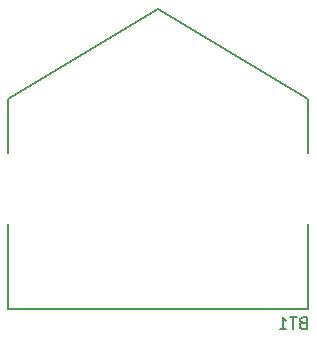
<source format=gbo>
G04 #@! TF.FileFunction,Legend,Bot*
%FSLAX46Y46*%
G04 Gerber Fmt 4.6, Leading zero omitted, Abs format (unit mm)*
G04 Created by KiCad (PCBNEW 4.0.3-stable) date Wednesday, October 19, 2016 'PMt' 12:35:23 PM*
%MOMM*%
%LPD*%
G01*
G04 APERTURE LIST*
%ADD10C,0.100000*%
%ADD11C,0.150000*%
%ADD12R,4.400000X4.400000*%
%ADD13R,5.900000X5.900000*%
G04 APERTURE END LIST*
D10*
D11*
X171450000Y-116840000D02*
X146050000Y-116840000D01*
X146050000Y-116840000D02*
X146050000Y-115570000D01*
X171450000Y-116840000D02*
X171450000Y-99060000D01*
X171450000Y-99060000D02*
X158750000Y-91440000D01*
X158750000Y-91440000D02*
X146050000Y-99060000D01*
X146050000Y-99060000D02*
X146050000Y-115570000D01*
X170965714Y-118038571D02*
X170822857Y-118086190D01*
X170775238Y-118133810D01*
X170727619Y-118229048D01*
X170727619Y-118371905D01*
X170775238Y-118467143D01*
X170822857Y-118514762D01*
X170918095Y-118562381D01*
X171299048Y-118562381D01*
X171299048Y-117562381D01*
X170965714Y-117562381D01*
X170870476Y-117610000D01*
X170822857Y-117657619D01*
X170775238Y-117752857D01*
X170775238Y-117848095D01*
X170822857Y-117943333D01*
X170870476Y-117990952D01*
X170965714Y-118038571D01*
X171299048Y-118038571D01*
X170441905Y-117562381D02*
X169870476Y-117562381D01*
X170156191Y-118562381D02*
X170156191Y-117562381D01*
X169013333Y-118562381D02*
X169584762Y-118562381D01*
X169299048Y-118562381D02*
X169299048Y-117562381D01*
X169394286Y-117705238D01*
X169489524Y-117800476D01*
X169584762Y-117848095D01*
%LPC*%
D12*
X158750000Y-106680000D03*
D13*
X145950000Y-106680000D03*
X171550000Y-106680000D03*
M02*

</source>
